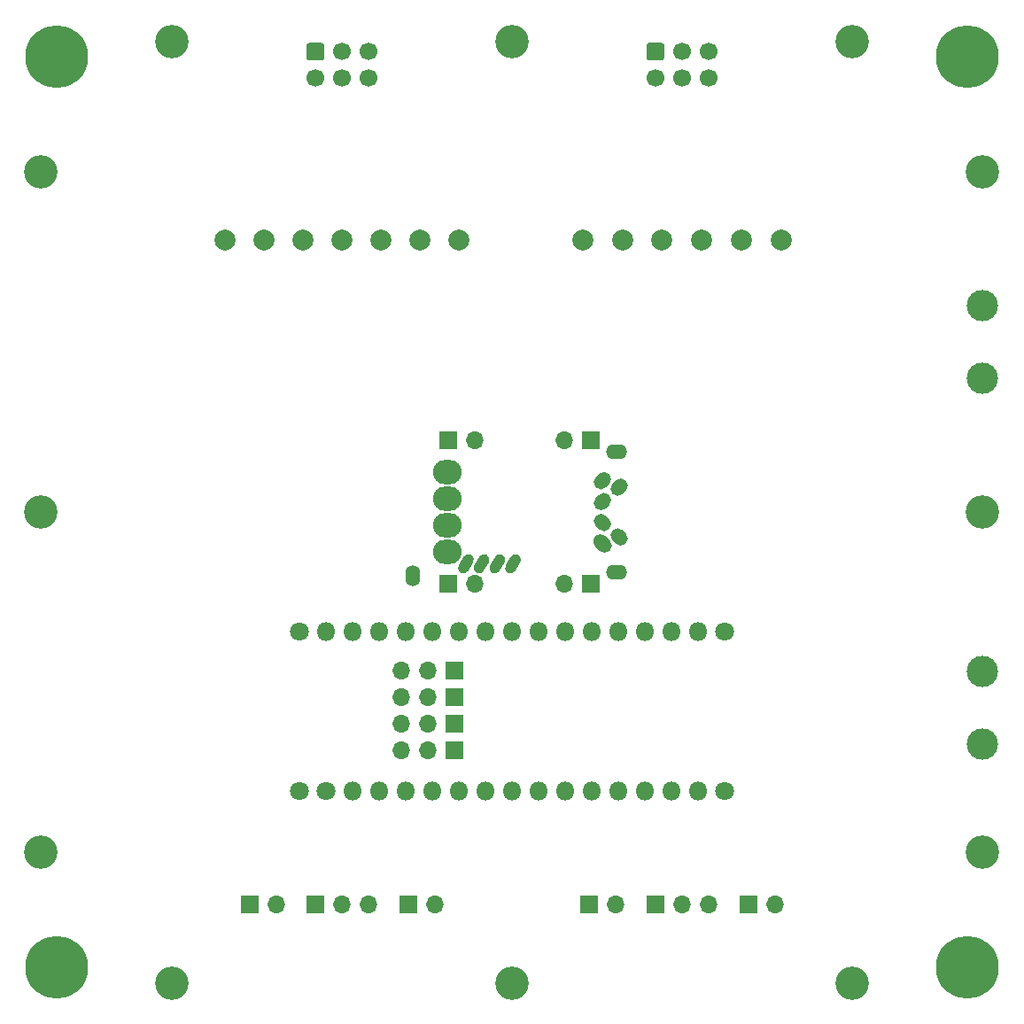
<source format=gbr>
%TF.GenerationSoftware,KiCad,Pcbnew,(5.1.10)-1*%
%TF.CreationDate,2021-11-07T17:05:54+13:00*%
%TF.ProjectId,THE_BRAINS_FIXTURE,5448455f-4252-4414-994e-535f46495854,rev?*%
%TF.SameCoordinates,Original*%
%TF.FileFunction,Soldermask,Top*%
%TF.FilePolarity,Negative*%
%FSLAX46Y46*%
G04 Gerber Fmt 4.6, Leading zero omitted, Abs format (unit mm)*
G04 Created by KiCad (PCBNEW (5.1.10)-1) date 2021-11-07 17:05:54*
%MOMM*%
%LPD*%
G01*
G04 APERTURE LIST*
%ADD10O,1.700000X1.700000*%
%ADD11R,1.700000X1.700000*%
%ADD12C,3.000000*%
%ADD13C,6.000000*%
%ADD14C,3.200000*%
%ADD15C,1.700000*%
%ADD16O,1.800000X1.800000*%
%ADD17C,1.800000*%
%ADD18C,2.000000*%
%ADD19O,2.750000X2.340000*%
%ADD20O,2.000000X1.400000*%
%ADD21O,1.400000X2.000000*%
G04 APERTURE END LIST*
D10*
%TO.C,J33*%
X154960000Y-93150000D03*
D11*
X157500000Y-93150000D03*
%TD*%
%TO.C,J32*%
X157500000Y-106850000D03*
D10*
X154960000Y-106850000D03*
%TD*%
%TO.C,J31*%
X146415000Y-93150000D03*
D11*
X143875000Y-93150000D03*
%TD*%
%TO.C,J30*%
X143875000Y-106875000D03*
D10*
X146415000Y-106875000D03*
%TD*%
D12*
%TO.C,H5*%
X194975000Y-122200000D03*
%TD*%
%TO.C,H6*%
X194975000Y-115200000D03*
%TD*%
D13*
%TO.C,H1*%
X106500000Y-143500000D03*
%TD*%
%TO.C,H2*%
X193500000Y-143500000D03*
%TD*%
%TO.C,H3*%
X106500000Y-56500000D03*
%TD*%
%TO.C,H4*%
X193500000Y-56500000D03*
%TD*%
D12*
%TO.C,H5*%
X195000000Y-87250000D03*
%TD*%
%TO.C,H6*%
X195000000Y-80250000D03*
%TD*%
D14*
%TO.C,H9*%
X117500000Y-55000000D03*
%TD*%
%TO.C,H10*%
X150000000Y-55000000D03*
%TD*%
%TO.C,H11*%
X182500000Y-55000000D03*
%TD*%
%TO.C,H12*%
X195000000Y-67500000D03*
%TD*%
%TO.C,H13*%
X195000000Y-100000000D03*
%TD*%
%TO.C,H14*%
X195000000Y-132500000D03*
%TD*%
%TO.C,H15*%
X182500000Y-145000000D03*
%TD*%
%TO.C,H16*%
X150000000Y-145000000D03*
%TD*%
%TO.C,H17*%
X117500000Y-145000000D03*
%TD*%
%TO.C,H18*%
X105000000Y-132500000D03*
%TD*%
%TO.C,H19*%
X105000000Y-100000000D03*
%TD*%
%TO.C,H20*%
X105000000Y-67500000D03*
%TD*%
D10*
%TO.C,J1*%
X139420000Y-122785000D03*
X141960000Y-122785000D03*
D11*
X144500000Y-122785000D03*
%TD*%
%TO.C,J2*%
X144500000Y-120245000D03*
D10*
X141960000Y-120245000D03*
X139420000Y-120245000D03*
%TD*%
%TO.C,J3*%
X139420000Y-117705000D03*
X141960000Y-117705000D03*
D11*
X144500000Y-117705000D03*
%TD*%
%TO.C,J4*%
X144500000Y-115165000D03*
D10*
X141960000Y-115165000D03*
X139420000Y-115165000D03*
%TD*%
D15*
%TO.C,J19*%
X136290000Y-58540000D03*
X133750000Y-58540000D03*
X131210000Y-58540000D03*
X136290000Y-56000000D03*
X133750000Y-56000000D03*
G36*
G01*
X130610000Y-55150000D02*
X131810000Y-55150000D01*
G75*
G02*
X132060000Y-55400000I0J-250000D01*
G01*
X132060000Y-56600000D01*
G75*
G02*
X131810000Y-56850000I-250000J0D01*
G01*
X130610000Y-56850000D01*
G75*
G02*
X130360000Y-56600000I0J250000D01*
G01*
X130360000Y-55400000D01*
G75*
G02*
X130610000Y-55150000I250000J0D01*
G01*
G37*
%TD*%
%TO.C,J20*%
G36*
G01*
X163110000Y-55150000D02*
X164310000Y-55150000D01*
G75*
G02*
X164560000Y-55400000I0J-250000D01*
G01*
X164560000Y-56600000D01*
G75*
G02*
X164310000Y-56850000I-250000J0D01*
G01*
X163110000Y-56850000D01*
G75*
G02*
X162860000Y-56600000I0J250000D01*
G01*
X162860000Y-55400000D01*
G75*
G02*
X163110000Y-55150000I250000J0D01*
G01*
G37*
X166250000Y-56000000D03*
X168790000Y-56000000D03*
X163710000Y-58540000D03*
X166250000Y-58540000D03*
X168790000Y-58540000D03*
%TD*%
D16*
%TO.C,A1*%
X157615000Y-126640000D03*
X162695000Y-111400000D03*
X152535000Y-126640000D03*
X160155000Y-111400000D03*
D17*
X170315000Y-126640000D03*
D16*
X142375000Y-111400000D03*
X165235000Y-126640000D03*
X167775000Y-111400000D03*
X147455000Y-111400000D03*
D17*
X129675000Y-126640000D03*
D16*
X142375000Y-126640000D03*
X139835000Y-111400000D03*
X162695000Y-126640000D03*
X132215000Y-111400000D03*
X165235000Y-111400000D03*
X134755000Y-126640000D03*
D17*
X129675000Y-111400000D03*
X170315000Y-111400000D03*
D16*
X149995000Y-126640000D03*
X144915000Y-111400000D03*
D17*
X132215000Y-126640000D03*
D16*
X157615000Y-111400000D03*
X149995000Y-111400000D03*
X152535000Y-111400000D03*
X139835000Y-126640000D03*
X167775000Y-126640000D03*
X137295000Y-111400000D03*
X134755000Y-111400000D03*
X137295000Y-126640000D03*
X155075000Y-126640000D03*
X155075000Y-111400000D03*
X144915000Y-126640000D03*
X147455000Y-126640000D03*
X160155000Y-126640000D03*
%TD*%
D10*
%TO.C,J5*%
X136290000Y-137500000D03*
X133750000Y-137500000D03*
D11*
X131210000Y-137500000D03*
%TD*%
D10*
%TO.C,J6*%
X168790000Y-137500000D03*
X166250000Y-137500000D03*
D11*
X163710000Y-137500000D03*
%TD*%
%TO.C,J7*%
X140100000Y-137500000D03*
D10*
X142640000Y-137500000D03*
%TD*%
D11*
%TO.C,J8*%
X157410000Y-137500000D03*
D10*
X159950000Y-137500000D03*
%TD*%
%TO.C,J9*%
X175150000Y-137500000D03*
D11*
X172610000Y-137500000D03*
%TD*%
%TO.C,J10*%
X124910000Y-137500000D03*
D10*
X127450000Y-137500000D03*
%TD*%
D18*
%TO.C,TP10*%
X126275000Y-74000000D03*
%TD*%
%TO.C,TP11*%
X133750000Y-74000000D03*
%TD*%
%TO.C,TP12*%
X141225000Y-74000000D03*
%TD*%
%TO.C,TP13*%
X160550000Y-74000000D03*
%TD*%
%TO.C,TP14*%
X168150000Y-74000000D03*
%TD*%
%TO.C,TP15*%
X175750000Y-74000000D03*
%TD*%
%TO.C,TP26*%
X122550000Y-74000000D03*
%TD*%
%TO.C,TP27*%
X156750000Y-74000000D03*
%TD*%
%TO.C,TP28*%
X164350000Y-74000000D03*
%TD*%
%TO.C,TP29*%
X171950000Y-74000000D03*
%TD*%
%TO.C,J22*%
G36*
G01*
X159286396Y-96363604D02*
X159286396Y-96363604D01*
G75*
G02*
X159286396Y-97353554I-494975J-494975D01*
G01*
X159003554Y-97636396D01*
G75*
G02*
X158013604Y-97636396I-494975J494975D01*
G01*
X158013604Y-97636396D01*
G75*
G02*
X158013604Y-96646446I494975J494975D01*
G01*
X158296446Y-96363604D01*
G75*
G02*
X159286396Y-96363604I494975J-494975D01*
G01*
G37*
%TD*%
D19*
%TO.C,J11*%
X143850000Y-103810000D03*
%TD*%
%TO.C,J12*%
X143850000Y-101270000D03*
%TD*%
%TO.C,J13*%
X143850000Y-98730000D03*
%TD*%
%TO.C,J14*%
X143850000Y-96190000D03*
%TD*%
%TO.C,J15*%
G36*
G01*
X150600000Y-104083974D02*
X150600000Y-104083974D01*
G75*
G02*
X150795824Y-104814798I-267500J-463324D01*
G01*
X150330824Y-105620202D01*
G75*
G02*
X149600000Y-105816026I-463324J267500D01*
G01*
X149600000Y-105816026D01*
G75*
G02*
X149404176Y-105085202I267500J463324D01*
G01*
X149869176Y-104279798D01*
G75*
G02*
X150600000Y-104083974I463324J-267500D01*
G01*
G37*
%TD*%
%TO.C,J16*%
G36*
G01*
X149100000Y-104083974D02*
X149100000Y-104083974D01*
G75*
G02*
X149295824Y-104814798I-267500J-463324D01*
G01*
X148830824Y-105620202D01*
G75*
G02*
X148100000Y-105816026I-463324J267500D01*
G01*
X148100000Y-105816026D01*
G75*
G02*
X147904176Y-105085202I267500J463324D01*
G01*
X148369176Y-104279798D01*
G75*
G02*
X149100000Y-104083974I463324J-267500D01*
G01*
G37*
%TD*%
%TO.C,J17*%
G36*
G01*
X147600000Y-104083974D02*
X147600000Y-104083974D01*
G75*
G02*
X147795824Y-104814798I-267500J-463324D01*
G01*
X147330824Y-105620202D01*
G75*
G02*
X146600000Y-105816026I-463324J267500D01*
G01*
X146600000Y-105816026D01*
G75*
G02*
X146404176Y-105085202I267500J463324D01*
G01*
X146869176Y-104279798D01*
G75*
G02*
X147600000Y-104083974I463324J-267500D01*
G01*
G37*
%TD*%
%TO.C,J18*%
G36*
G01*
X146100000Y-104083974D02*
X146100000Y-104083974D01*
G75*
G02*
X146295824Y-104814798I-267500J-463324D01*
G01*
X145830824Y-105620202D01*
G75*
G02*
X145100000Y-105816026I-463324J267500D01*
G01*
X145100000Y-105816026D01*
G75*
G02*
X144904176Y-105085202I267500J463324D01*
G01*
X145369176Y-104279798D01*
G75*
G02*
X146100000Y-104083974I463324J-267500D01*
G01*
G37*
%TD*%
D20*
%TO.C,J21*%
X160000000Y-94250000D03*
%TD*%
%TO.C,J23*%
G36*
G01*
X159286396Y-98363604D02*
X159286396Y-98363604D01*
G75*
G02*
X159286396Y-99353554I-494975J-494975D01*
G01*
X159003554Y-99636396D01*
G75*
G02*
X158013604Y-99636396I-494975J494975D01*
G01*
X158013604Y-99636396D01*
G75*
G02*
X158013604Y-98646446I494975J494975D01*
G01*
X158296446Y-98363604D01*
G75*
G02*
X159286396Y-98363604I494975J-494975D01*
G01*
G37*
%TD*%
%TO.C,J24*%
G36*
G01*
X159286396Y-101636396D02*
X159286396Y-101636396D01*
G75*
G02*
X158296446Y-101636396I-494975J494975D01*
G01*
X158013604Y-101353554D01*
G75*
G02*
X158013604Y-100363604I494975J494975D01*
G01*
X158013604Y-100363604D01*
G75*
G02*
X159003554Y-100363604I494975J-494975D01*
G01*
X159286396Y-100646446D01*
G75*
G02*
X159286396Y-101636396I-494975J-494975D01*
G01*
G37*
%TD*%
%TO.C,J25*%
G36*
G01*
X159357107Y-103707107D02*
X159357107Y-103707107D01*
G75*
G02*
X158367157Y-103707107I-494975J494975D01*
G01*
X157942893Y-103282843D01*
G75*
G02*
X157942893Y-102292893I494975J494975D01*
G01*
X157942893Y-102292893D01*
G75*
G02*
X158932843Y-102292893I494975J-494975D01*
G01*
X159357107Y-102717157D01*
G75*
G02*
X159357107Y-103707107I-494975J-494975D01*
G01*
G37*
%TD*%
%TO.C,J26*%
X160000000Y-105750000D03*
%TD*%
D18*
%TO.C,TP1*%
X130000000Y-74000000D03*
%TD*%
%TO.C,TP2*%
X137500000Y-74000000D03*
%TD*%
%TO.C,TP4*%
X144950000Y-74000000D03*
%TD*%
D21*
%TO.C,J27*%
X140500000Y-106100000D03*
%TD*%
%TO.C,J28*%
G36*
G01*
X160863799Y-103033218D02*
X160863799Y-103033218D01*
G75*
G02*
X159888586Y-102999163I-470579J504634D01*
G01*
X159602146Y-102691995D01*
G75*
G02*
X159636201Y-101716782I504634J470579D01*
G01*
X159636201Y-101716782D01*
G75*
G02*
X160611414Y-101750837I470579J-504634D01*
G01*
X160897854Y-102058005D01*
G75*
G02*
X160863799Y-103033218I-504634J-470579D01*
G01*
G37*
%TD*%
%TO.C,J29*%
G36*
G01*
X160886396Y-96988604D02*
X160886396Y-96988604D01*
G75*
G02*
X160886396Y-97964412I-487904J-487904D01*
G01*
X160589412Y-98261396D01*
G75*
G02*
X159613604Y-98261396I-487904J487904D01*
G01*
X159613604Y-98261396D01*
G75*
G02*
X159613604Y-97285588I487904J487904D01*
G01*
X159910588Y-96988604D01*
G75*
G02*
X160886396Y-96988604I487904J-487904D01*
G01*
G37*
%TD*%
M02*

</source>
